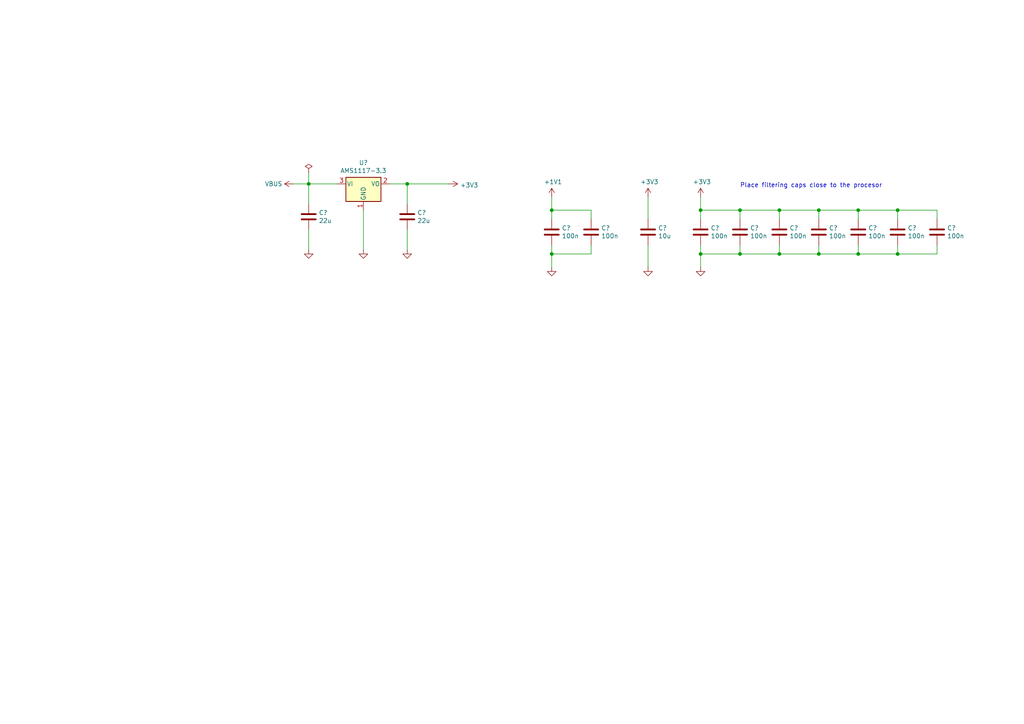
<source format=kicad_sch>
(kicad_sch (version 20211123) (generator eeschema)
  (paper "A4")
  (lib_symbols
    (symbol "Device:C" (pin_numbers hide) (pin_names (offset 0.254))
      (property "Reference" "C" (at 0.635 2.54 0))
      (property "Value" "C" (at 0.635 -2.54 0))
      (symbol "C_0_1"
        (polyline (pts (xy -2.032 -0.762) (xy 2.032 -0.762)) (stroke (width 0.508)))
        (polyline (pts (xy -2.032 0.762) (xy 2.032 0.762)) (stroke (width 0.508)))
      )
      (symbol "C_1_1"
        (pin passive line (at 0 3.81 270) (length 2.794) (name "~") (number "1"))
        (pin passive line (at 0 -3.81 90) (length 2.794) (name "~") (number "2"))
      )
    )
    (symbol "Regulator_Linear:AMS1117-3.3" (pin_names (offset 0.254))
      (property "Reference" "U" (at -3.81 3.175 0))
      (property "Value" "AMS1117-3.3" (at 0 3.175 0))
      (symbol "AMS1117-3.3_0_1"
        (rectangle (start -5.08 -5.08) (end 5.08 1.905) (stroke (width 0.254)) (fill (type background)))
      )
      (symbol "AMS1117-3.3_1_1"
        (pin power_in line (at 0 -7.62 90) (length 2.54) (name "GND") (number "1"))
        (pin power_out line (at 7.62 0 180) (length 2.54) (name "VO") (number "2"))
        (pin power_in line (at -7.62 0 0) (length 2.54) (name "VI") (number "3"))
      )
    )
    (symbol "power:+1V1" (power) (pin_names (offset 0))
      (property "Value" "+1V1" (at 0 3.556 0))
      (symbol "+1V1_0_1"
        (polyline (pts (xy -0.762 1.27) (xy 0 2.54)))
        (polyline (pts (xy 0 0) (xy 0 2.54)))
        (polyline (pts (xy 0 2.54) (xy 0.762 1.27)))
      )
      (symbol "+1V1_1_1"
        (pin power_in line (at 0 0 90) (length 0) hide (name "+1V1") (number "1"))
      )
    )
    (symbol "power:+3V3" (power) (pin_names (offset 0))
      (property "Value" "+3V3" (at 0 3.556 0))
      (symbol "+3V3_0_1"
        (polyline (pts (xy -0.762 1.27) (xy 0 2.54)))
        (polyline (pts (xy 0 0) (xy 0 2.54)))
        (polyline (pts (xy 0 2.54) (xy 0.762 1.27)))
      )
      (symbol "+3V3_1_1"
        (pin power_in line (at 0 0 90) (length 0) hide (name "+3V3") (number "1"))
      )
    )
    (symbol "power:GND" (power) (pin_names (offset 0))
      (property "Value" "GND" (at 0 -3.81 0))
      (symbol "GND_0_1"
        (polyline (pts (xy 0 0) (xy 0 -1.27) (xy 1.27 -1.27) (xy 0 -2.54) (xy -1.27 -1.27) (xy 0 -1.27)))
      )
      (symbol "GND_1_1"
        (pin power_in line (at 0 0 270) (length 0) hide (name "GND") (number "1"))
      )
    )
    (symbol "power:PWR_FLAG" (power) (pin_numbers hide) (pin_names (offset 0) hide)
      (property "Value" "PWR_FLAG" (at 0 3.81 0))
      (symbol "PWR_FLAG_0_0"
        (pin power_out line (at 0 0 90) (length 0) (name "pwr") (number "1"))
      )
      (symbol "PWR_FLAG_0_1"
        (polyline (pts (xy 0 0) (xy 0 1.27) (xy -1.016 1.905) (xy 0 2.54) (xy 1.016 1.905) (xy 0 1.27)))
      )
    )
    (symbol "power:VBUS" (power) (pin_names (offset 0))
      (property "Value" "VBUS" (at 0 3.81 0))
      (symbol "VBUS_0_1"
        (polyline (pts (xy -0.762 1.27) (xy 0 2.54)))
        (polyline (pts (xy 0 0) (xy 0 2.54)))
        (polyline (pts (xy 0 2.54) (xy 0.762 1.27)))
      )
      (symbol "VBUS_1_1"
        (pin power_in line (at 0 0 90) (length 0) hide (name "VBUS") (number "1"))
      )
    )
  )
  (junction (at 248.92 60.96))
  (junction (at 260.35 73.66))
  (junction (at 203.2 73.66))
  (junction (at 203.2 60.96))
  (junction (at 214.63 60.96))
  (junction (at 260.35 60.96))
  (junction (at 89.535 53.34))
  (junction (at 118.11 53.34))
  (junction (at 237.49 60.96))
  (junction (at 160.02 73.66))
  (junction (at 248.92 73.66))
  (junction (at 237.49 73.66))
  (junction (at 226.06 73.66))
  (junction (at 160.02 60.96))
  (junction (at 214.63 73.66))
  (junction (at 226.06 60.96))
  (wire (pts (xy 260.35 60.96) (xy 260.35 63.5)))
  (wire (pts (xy 203.2 57.15) (xy 203.2 60.96)))
  (wire (pts (xy 118.11 66.675) (xy 118.11 72.39)))
  (wire (pts (xy 85.09 53.34) (xy 89.535 53.34)))
  (wire (pts (xy 203.2 73.66) (xy 203.2 77.47)))
  (wire (pts (xy 171.45 73.66) (xy 171.45 71.12)))
  (wire (pts (xy 271.78 71.12) (xy 271.78 73.66)))
  (wire (pts (xy 118.11 53.34) (xy 118.11 59.055)))
  (wire (pts (xy 214.63 71.12) (xy 214.63 73.66)))
  (wire (pts (xy 160.02 73.66) (xy 171.45 73.66)))
  (wire (pts (xy 226.06 71.12) (xy 226.06 73.66)))
  (wire (pts (xy 260.35 73.66) (xy 271.78 73.66)))
  (wire (pts (xy 226.06 60.96) (xy 226.06 63.5)))
  (wire (pts (xy 248.92 71.12) (xy 248.92 73.66)))
  (wire (pts (xy 248.92 60.96) (xy 260.35 60.96)))
  (wire (pts (xy 89.535 53.34) (xy 97.79 53.34)))
  (wire (pts (xy 237.49 71.12) (xy 237.49 73.66)))
  (wire (pts (xy 226.06 73.66) (xy 214.63 73.66)))
  (wire (pts (xy 187.96 57.15) (xy 187.96 63.5)))
  (wire (pts (xy 214.63 73.66) (xy 203.2 73.66)))
  (wire (pts (xy 160.02 73.66) (xy 160.02 77.47)))
  (wire (pts (xy 160.02 60.96) (xy 171.45 60.96)))
  (wire (pts (xy 89.535 59.055) (xy 89.535 53.34)))
  (wire (pts (xy 105.41 60.96) (xy 105.41 72.39)))
  (wire (pts (xy 203.2 71.12) (xy 203.2 73.66)))
  (wire (pts (xy 237.49 60.96) (xy 237.49 63.5)))
  (wire (pts (xy 203.2 60.96) (xy 214.63 60.96)))
  (wire (pts (xy 237.49 60.96) (xy 248.92 60.96)))
  (wire (pts (xy 260.35 73.66) (xy 248.92 73.66)))
  (wire (pts (xy 203.2 63.5) (xy 203.2 60.96)))
  (wire (pts (xy 226.06 60.96) (xy 237.49 60.96)))
  (wire (pts (xy 160.02 57.15) (xy 160.02 60.96)))
  (wire (pts (xy 248.92 60.96) (xy 248.92 63.5)))
  (wire (pts (xy 271.78 63.5) (xy 271.78 60.96)))
  (wire (pts (xy 237.49 73.66) (xy 226.06 73.66)))
  (wire (pts (xy 118.11 53.34) (xy 130.175 53.34)))
  (wire (pts (xy 214.63 60.96) (xy 214.63 63.5)))
  (wire (pts (xy 260.35 71.12) (xy 260.35 73.66)))
  (wire (pts (xy 187.96 71.12) (xy 187.96 77.47)))
  (wire (pts (xy 171.45 63.5) (xy 171.45 60.96)))
  (wire (pts (xy 160.02 63.5) (xy 160.02 60.96)))
  (wire (pts (xy 214.63 60.96) (xy 226.06 60.96)))
  (wire (pts (xy 89.535 66.675) (xy 89.535 72.39)))
  (wire (pts (xy 260.35 60.96) (xy 271.78 60.96)))
  (wire (pts (xy 248.92 73.66) (xy 237.49 73.66)))
  (wire (pts (xy 113.03 53.34) (xy 118.11 53.34)))
  (wire (pts (xy 160.02 71.12) (xy 160.02 73.66)))
  (wire (pts (xy 89.535 53.34) (xy 89.535 50.165)))
  (text "Place filtering caps close to the procesor" (at 214.63 54.61 0) (effects (font (size 1.27 1.27)) (justify left bottom)))
  (symbol (lib_id "Regulator_Linear:AMS1117-3.3") (at 105.41 53.34 0) (unit 1)
    (property "Reference" "U?" (at 105.41 47.1932 0))
    (property "Value" "AMS1117-3.3" (at 105.41 49.5046 0))
    (property "Footprint" "Package_TO_SOT_SMD:SOT-223-3_TabPin2" (effects hide))
    (property "Datasheet" "http://www.advanced-monolithic.com/pdf/ds1117.pdf" (effects hide))
    (property "LCSC" "C6186" (effects hide))
  )
  (symbol (lib_id "Device:C") (at 203.2 67.31 0) (unit 1)
    (property "Reference" "C?" (at 206.121 66.1416 0) (effects (justify left)))
    (property "Value" "100n" (at 206.121 68.453 0) (effects (justify left)))
    (property "Footprint" "Capacitor_SMD:C_0603_1608Metric_Pad1.08x0.95mm_HandSolder" (effects hide))
    (property "LCSC" "C14663" (effects hide))
    (property "Voltage" "50 V" (effects hide))
    (property "Type" "X7R" (effects hide))
  )
  (symbol (lib_id "power:GND") (at 118.11 72.39 0) (unit 1)
    (property "Reference" "#PWR?" (effects hide))
    (property "Value" "GND" (effects hide))
  )
  (symbol (lib_id "Device:C") (at 89.535 62.865 0) (unit 1)
    (property "Reference" "C?" (at 92.456 61.6966 0) (effects (justify left)))
    (property "Value" "22u" (at 92.456 64.008 0) (effects (justify left)))
    (property "Footprint" "Capacitor_SMD:C_1206_3216Metric_Pad1.33x1.80mm_HandSolder" (effects hide))
    (property "LCSC" "C12891" (effects hide))
  )
  (symbol (lib_id "Device:C") (at 160.02 67.31 0) (unit 1)
    (property "Reference" "C?" (at 162.941 66.1416 0) (effects (justify left)))
    (property "Value" "100n" (at 162.941 68.453 0) (effects (justify left)))
    (property "Footprint" "Capacitor_SMD:C_0603_1608Metric_Pad1.08x0.95mm_HandSolder" (effects hide))
    (property "LCSC" "C14663" (effects hide))
    (property "Voltage" "50 V" (effects hide))
    (property "Type" "X7R" (effects hide))
  )
  (symbol (lib_id "Device:C") (at 226.06 67.31 0) (unit 1)
    (property "Reference" "C?" (at 228.981 66.1416 0) (effects (justify left)))
    (property "Value" "100n" (at 228.981 68.453 0) (effects (justify left)))
    (property "Footprint" "Capacitor_SMD:C_0603_1608Metric_Pad1.08x0.95mm_HandSolder" (effects hide))
    (property "LCSC" "C14663" (effects hide))
    (property "Voltage" "50 V" (effects hide))
    (property "Type" "X7R" (effects hide))
  )
  (symbol (lib_id "Device:C") (at 248.92 67.31 0) (unit 1)
    (property "Reference" "C?" (at 251.841 66.1416 0) (effects (justify left)))
    (property "Value" "100n" (at 251.841 68.453 0) (effects (justify left)))
    (property "Footprint" "Capacitor_SMD:C_0603_1608Metric_Pad1.08x0.95mm_HandSolder" (effects hide))
    (property "LCSC" "C14663" (effects hide))
    (property "Voltage" "50 V" (effects hide))
    (property "Type" "X7R" (effects hide))
  )
  (symbol (lib_id "Device:C") (at 271.78 67.31 0) (unit 1)
    (property "Reference" "C?" (at 274.701 66.1416 0) (effects (justify left)))
    (property "Value" "100n" (at 274.701 68.453 0) (effects (justify left)))
    (property "Footprint" "Capacitor_SMD:C_0603_1608Metric_Pad1.08x0.95mm_HandSolder" (effects hide))
    (property "LCSC" "C14663" (effects hide))
    (property "Voltage" "50 V" (effects hide))
    (property "Type" "X7R" (effects hide))
  )
  (symbol (lib_id "power:VBUS") (at 85.09 53.34 90) (unit 1)
    (property "Reference" "#PWR?" (effects hide))
    (property "Value" "VBUS" (at 81.915 53.34 90) (effects (justify left)))
  )
  (symbol (lib_id "power:PWR_FLAG") (at 89.535 50.165 0) (unit 1)
    (property "Reference" "#FLG?" (effects hide))
    (property "Value" "PWR_FLAG" (effects hide))
  )
  (symbol (lib_id "power:GND") (at 160.02 77.47 0) (unit 1)
    (property "Reference" "#PWR?" (effects hide))
    (property "Value" "GND" (effects hide))
  )
  (symbol (lib_id "Device:C") (at 118.11 62.865 0) (unit 1)
    (property "Reference" "C?" (at 121.031 61.6966 0) (effects (justify left)))
    (property "Value" "22u" (at 121.031 64.008 0) (effects (justify left)))
    (property "Footprint" "Capacitor_SMD:C_1206_3216Metric_Pad1.33x1.80mm_HandSolder" (effects hide))
    (property "LCSC" "C12891" (effects hide))
  )
  (symbol (lib_id "power:GND") (at 89.535 72.39 0) (unit 1)
    (property "Reference" "#PWR?" (effects hide))
    (property "Value" "GND" (effects hide))
  )
  (symbol (lib_id "power:+3V3") (at 130.175 53.34 270) (unit 1)
    (property "Reference" "#PWR?" (effects hide))
    (property "Value" "+3V3" (at 133.4262 53.721 90) (effects (justify left)))
  )
  (symbol (lib_id "power:GND") (at 105.41 72.39 0) (unit 1)
    (property "Reference" "#PWR?" (effects hide))
    (property "Value" "GND" (effects hide))
  )
  (symbol (lib_id "power:GND") (at 187.96 77.47 0) (unit 1)
    (property "Reference" "#PWR?" (effects hide))
    (property "Value" "GND" (effects hide))
  )
  (symbol (lib_id "power:+1V1") (at 160.02 57.15 0) (unit 1)
    (property "Reference" "#PWR?" (effects hide))
    (property "Value" "+1V1" (at 160.401 52.7558 0))
  )
  (symbol (lib_id "Device:C") (at 214.63 67.31 0) (unit 1)
    (property "Reference" "C?" (at 217.551 66.1416 0) (effects (justify left)))
    (property "Value" "100n" (at 217.551 68.453 0) (effects (justify left)))
    (property "Footprint" "Capacitor_SMD:C_0603_1608Metric_Pad1.08x0.95mm_HandSolder" (effects hide))
    (property "LCSC" "C14663" (effects hide))
    (property "Voltage" "50 V" (effects hide))
    (property "Type" "X7R" (effects hide))
  )
  (symbol (lib_id "Device:C") (at 171.45 67.31 0) (unit 1)
    (property "Reference" "C?" (at 174.371 66.1416 0) (effects (justify left)))
    (property "Value" "100n" (at 174.371 68.453 0) (effects (justify left)))
    (property "Footprint" "Capacitor_SMD:C_0603_1608Metric_Pad1.08x0.95mm_HandSolder" (effects hide))
    (property "LCSC" "C14663" (effects hide))
    (property "Voltage" "50 V" (effects hide))
    (property "Type" "X7R" (effects hide))
  )
  (symbol (lib_id "power:+3V3") (at 203.2 57.15 0) (unit 1)
    (property "Reference" "#PWR?" (effects hide))
    (property "Value" "+3V3" (at 203.581 52.7558 0))
  )
  (symbol (lib_id "power:GND") (at 203.2 77.47 0) (unit 1)
    (property "Reference" "#PWR?" (effects hide))
    (property "Value" "GND" (effects hide))
  )
  (symbol (lib_id "Device:C") (at 187.96 67.31 0) (unit 1)
    (property "Reference" "C?" (at 190.881 66.1416 0) (effects (justify left)))
    (property "Value" "10u" (at 190.881 68.453 0) (effects (justify left)))
    (property "Footprint" "Capacitor_SMD:C_1206_3216Metric_Pad1.33x1.80mm_HandSolder" (effects hide))
    (property "LCSC" "C13585" (effects hide))
    (property "Voltage" "50 V" (effects hide))
    (property "Type" "X5R" (effects hide))
  )
  (symbol (lib_id "Device:C") (at 237.49 67.31 0) (unit 1)
    (property "Reference" "C?" (at 240.411 66.1416 0) (effects (justify left)))
    (property "Value" "100n" (at 240.411 68.453 0) (effects (justify left)))
    (property "Footprint" "Capacitor_SMD:C_0603_1608Metric_Pad1.08x0.95mm_HandSolder" (effects hide))
    (property "LCSC" "C14663" (effects hide))
    (property "Voltage" "50 V" (effects hide))
    (property "Type" "X7R" (effects hide))
  )
  (symbol (lib_id "Device:C") (at 260.35 67.31 0) (unit 1)
    (property "Reference" "C?" (at 263.271 66.1416 0) (effects (justify left)))
    (property "Value" "100n" (at 263.271 68.453 0) (effects (justify left)))
    (property "Footprint" "Capacitor_SMD:C_0603_1608Metric_Pad1.08x0.95mm_HandSolder" (effects hide))
    (property "LCSC" "C14663" (effects hide))
    (property "Voltage" "50 V" (effects hide))
    (property "Type" "X7R" (effects hide))
  )
  (symbol (lib_id "power:+3V3") (at 187.96 57.15 0) (unit 1)
    (property "Reference" "#PWR?" (effects hide))
    (property "Value" "+3V3" (at 188.341 52.7558 0))
  )
)
</source>
